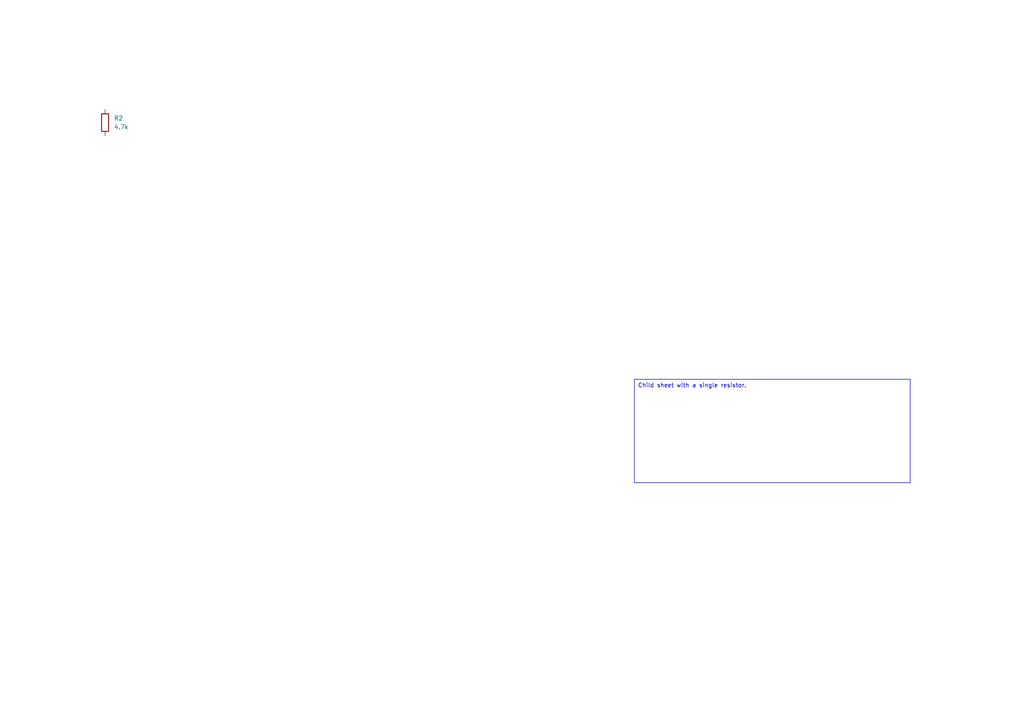
<source format=kicad_sch>
(kicad_sch (version 20250114) (generator "circuit_synth") (generator_version "0.8.36")
  (paper "A4")
  (title_block (title "hierarchical_circuit"))
  (lib_symbols
    (symbol "Device:R" (pin_numbers (hide yes)) (pin_names (offset 0))
      (property "Reference" "R" (at 2.032 0 90))
      (property "Value" "R" (at 0 0 90))
      (symbol "R_0_1"
        (rectangle (start -1.016 -2.54) (end 1.016 2.54) (stroke (width 0.254)))
      )
      (symbol "R_1_1"
        (pin passive line (at 0 3.81 270) (length 1.27) (name "~") (number "1"))
        (pin passive line (at 0 -3.81 90) (length 1.27) (name "~") (number "2"))
      )
    )
  )
  (symbol (lib_id "Device:R") (at 30.48 35.56 0) (unit 1)
    (property "Reference" "R2" (at 33.02 34.2899 0) (effects (justify left)))
    (property "Value" "4.7k" (at 33.02 36.8299 0) (effects (justify left)))
    (property "Footprint" "Resistor_SMD:R_0603_1608Metric" (effects (hide yes)))
    (property "hierarchy_path" "/f8c308df-7301-4895-bd91-062f0dcb21a2/2c581dab-9e27-4028-933d-43b0f74ec78c" (effects (hide yes)))
    (property "project_name" "hierarchical_circuit" (effects (hide yes)))
    (property "root_uuid" "f8c308df-7301-4895-bd91-062f0dcb21a2" (effects (hide yes)))
  )
  (text_box "Child sheet with a single resistor." (at 184 110 0) (size 80 30) (margins 1 1 1 1) (effects (font (size 1.2 1.2)) (justify left top)))
)
</source>
